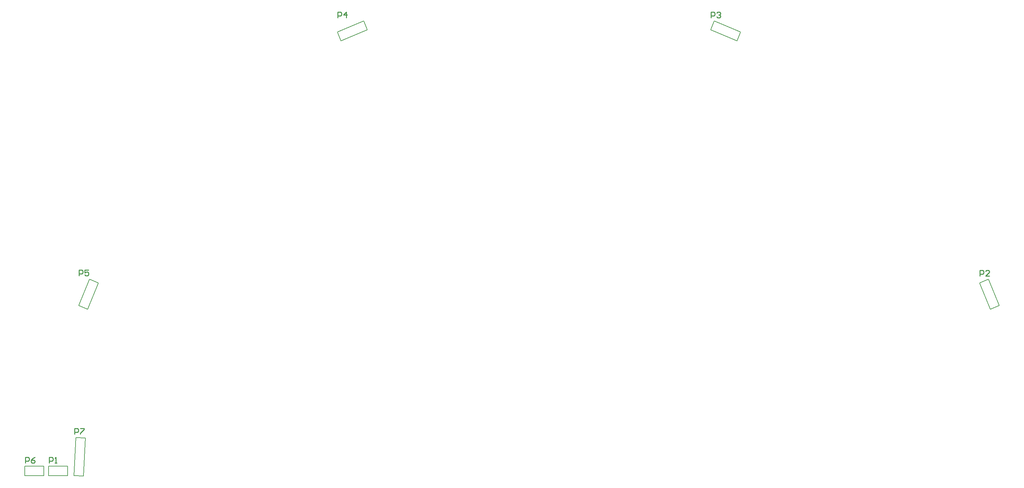
<source format=gto>
G04*
G04 #@! TF.GenerationSoftware,Altium Limited,Altium Designer,20.1.14 (287)*
G04*
G04 Layer_Color=65535*
%FSLAX25Y25*%
%MOIN*%
G70*
G04*
G04 #@! TF.SameCoordinates,07329562-CAC5-4820-BFAE-55A5BC9BA929*
G04*
G04*
G04 #@! TF.FilePolarity,Positive*
G04*
G01*
G75*
%ADD10C,0.00787*%
%ADD11C,0.01000*%
D10*
X-470000Y5000D02*
Y15000D01*
X-490000Y5000D02*
X-470000D01*
X-490000D02*
Y15000D01*
X-470000D01*
X-515000Y5000D02*
Y15000D01*
X-495000D01*
Y5000D02*
Y15000D01*
X-515000Y5000D02*
X-495000D01*
X-449121Y180228D02*
X-437640Y207945D01*
X-446879Y211772D02*
X-437640Y207945D01*
X-458360Y184055D02*
X-446879Y211772D01*
X-458360Y184055D02*
X-449121Y180228D01*
X-182945Y462640D02*
X-155228Y474121D01*
X-159055Y483360D02*
X-155228Y474121D01*
X-186772Y471879D02*
X-159055Y483360D01*
X-186772Y471879D02*
X-182945Y462640D01*
X205228Y474121D02*
X232945Y462640D01*
X236772Y471879D01*
X209055Y483360D02*
X236772Y471879D01*
X205228Y474121D02*
X209055Y483360D01*
X487640Y207945D02*
X499121Y180228D01*
X508360Y184055D01*
X496879Y211772D02*
X508360Y184055D01*
X487640Y207945D02*
X496879Y211772D01*
X-463302Y5296D02*
X-453315Y4773D01*
X-463302Y5296D02*
X-461208Y45241D01*
X-453315Y4773D02*
X-451222Y44718D01*
X-461208Y45241D02*
X-451222Y44718D01*
D11*
X-489397Y18362D02*
Y24360D01*
X-486398D01*
X-485398Y23361D01*
Y21361D01*
X-486398Y20361D01*
X-489397D01*
X-483399Y18362D02*
X-481399D01*
X-482399D01*
Y24360D01*
X-483399Y23361D01*
X-514397Y18362D02*
Y24360D01*
X-511398D01*
X-510398Y23361D01*
Y21361D01*
X-511398Y20361D01*
X-514397D01*
X-504400Y24360D02*
X-506399Y23361D01*
X-508399Y21361D01*
Y19362D01*
X-507399Y18362D01*
X-505400D01*
X-504400Y19362D01*
Y20361D01*
X-505400Y21361D01*
X-508399D01*
X-457924Y215323D02*
Y221322D01*
X-454925D01*
X-453925Y220322D01*
Y218322D01*
X-454925Y217323D01*
X-457924D01*
X-447927Y221322D02*
X-451926D01*
Y218322D01*
X-449926Y219322D01*
X-448927D01*
X-447927Y218322D01*
Y216323D01*
X-448927Y215323D01*
X-450926D01*
X-451926Y216323D01*
X-186336Y486835D02*
Y492833D01*
X-183337D01*
X-182337Y491834D01*
Y489834D01*
X-183337Y488835D01*
X-186336D01*
X-177339Y486835D02*
Y492833D01*
X-180338Y489834D01*
X-176339D01*
X205664Y486889D02*
Y492887D01*
X208663D01*
X209663Y491887D01*
Y489888D01*
X208663Y488888D01*
X205664D01*
X211662Y491887D02*
X212662Y492887D01*
X214662D01*
X215661Y491887D01*
Y490888D01*
X214662Y489888D01*
X213662D01*
X214662D01*
X215661Y488888D01*
Y487889D01*
X214662Y486889D01*
X212662D01*
X211662Y487889D01*
X488149Y215267D02*
Y221265D01*
X491148D01*
X492148Y220266D01*
Y218266D01*
X491148Y217266D01*
X488149D01*
X498146Y215267D02*
X494147D01*
X498146Y219266D01*
Y220266D01*
X497146Y221265D01*
X495147D01*
X494147Y220266D01*
X-462744Y48690D02*
Y54688D01*
X-459745D01*
X-458745Y53688D01*
Y51689D01*
X-459745Y50689D01*
X-462744D01*
X-456745Y54688D02*
X-452747D01*
Y53688D01*
X-456745Y49689D01*
Y48690D01*
M02*

</source>
